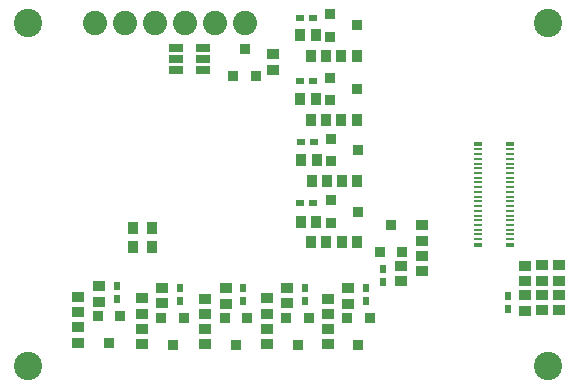
<source format=gbs>
G04*
G04 #@! TF.GenerationSoftware,Altium Limited,Altium Designer,24.6.1 (21)*
G04*
G04 Layer_Color=16711935*
%FSLAX44Y44*%
%MOMM*%
G71*
G04*
G04 #@! TF.SameCoordinates,378F9F08-6654-43F8-BCBF-B2BEE8DC63DC*
G04*
G04*
G04 #@! TF.FilePolarity,Negative*
G04*
G01*
G75*
%ADD34R,1.0000X0.8500*%
%ADD39R,0.9500X1.1000*%
%ADD42R,0.5500X0.7500*%
%ADD43R,0.8500X1.0000*%
%ADD50C,2.4000*%
%ADD51C,2.0500*%
%ADD62R,1.2500X0.6500*%
%ADD63R,0.8120X0.8120*%
%ADD64R,0.7500X0.5500*%
%ADD65R,0.7100X0.3700*%
%ADD66R,0.7100X0.2500*%
%ADD67R,0.8120X0.8120*%
D34*
X450500Y89500D02*
D03*
Y76500D02*
D03*
Y114500D02*
D03*
Y101500D02*
D03*
X479500Y90000D02*
D03*
Y77000D02*
D03*
X465000Y90000D02*
D03*
Y77000D02*
D03*
Y102000D02*
D03*
Y115000D02*
D03*
X479500Y102000D02*
D03*
Y115000D02*
D03*
X72750Y62500D02*
D03*
Y49500D02*
D03*
X90250Y97000D02*
D03*
Y84000D02*
D03*
X72750Y88250D02*
D03*
Y75250D02*
D03*
X237750Y280500D02*
D03*
Y293500D02*
D03*
X363415Y135750D02*
D03*
Y148750D02*
D03*
X345915Y101250D02*
D03*
Y114250D02*
D03*
X363415Y110000D02*
D03*
Y123000D02*
D03*
X283750Y61000D02*
D03*
Y48000D02*
D03*
X301250Y95500D02*
D03*
Y82500D02*
D03*
X283750Y86750D02*
D03*
Y73750D02*
D03*
X232200Y61250D02*
D03*
Y48250D02*
D03*
X249700Y95750D02*
D03*
Y82750D02*
D03*
X232200Y87000D02*
D03*
Y74000D02*
D03*
X126409D02*
D03*
Y87000D02*
D03*
X143909Y82750D02*
D03*
Y95750D02*
D03*
X126409Y48250D02*
D03*
Y61250D02*
D03*
X179918Y73580D02*
D03*
Y86580D02*
D03*
X197418Y82330D02*
D03*
Y95330D02*
D03*
X179918Y47830D02*
D03*
Y60830D02*
D03*
D39*
X135250Y130750D02*
D03*
X119250D02*
D03*
X135250Y146250D02*
D03*
X119250D02*
D03*
D42*
X436500Y77500D02*
D03*
Y88500D02*
D03*
X330915Y112000D02*
D03*
Y101000D02*
D03*
X212418Y84580D02*
D03*
Y95580D02*
D03*
X158909Y85000D02*
D03*
Y96000D02*
D03*
X105250Y86250D02*
D03*
Y97250D02*
D03*
X316250Y84750D02*
D03*
Y95750D02*
D03*
X264700Y85000D02*
D03*
Y96000D02*
D03*
D43*
X274390Y203975D02*
D03*
X261390D02*
D03*
X308890Y186475D02*
D03*
X295890D02*
D03*
X274000Y151750D02*
D03*
X261000D02*
D03*
X308500Y134250D02*
D03*
X295500D02*
D03*
X282750D02*
D03*
X269750D02*
D03*
X283140Y186475D02*
D03*
X270140D02*
D03*
X308250Y238000D02*
D03*
X295250D02*
D03*
X282500D02*
D03*
X269500D02*
D03*
X273750Y255500D02*
D03*
X260750D02*
D03*
X273750Y309500D02*
D03*
X260750D02*
D03*
X282500Y292000D02*
D03*
X269500D02*
D03*
X308250D02*
D03*
X295250D02*
D03*
D50*
X30000Y320000D02*
D03*
X470000D02*
D03*
Y30000D02*
D03*
X30000D02*
D03*
D51*
X86750Y319750D02*
D03*
X112150D02*
D03*
X213750D02*
D03*
X188350D02*
D03*
X162950D02*
D03*
X137550D02*
D03*
D62*
X178250Y280250D02*
D03*
Y289750D02*
D03*
Y299250D02*
D03*
X155250D02*
D03*
Y289750D02*
D03*
Y280250D02*
D03*
D63*
X286000Y327550D02*
D03*
Y308500D02*
D03*
X308860Y318025D02*
D03*
Y264025D02*
D03*
X286000Y254500D02*
D03*
Y273550D02*
D03*
X309110Y160275D02*
D03*
X286250Y150750D02*
D03*
Y169800D02*
D03*
X309500Y212500D02*
D03*
X286640Y202975D02*
D03*
Y222025D02*
D03*
D64*
X271500Y324500D02*
D03*
X260500D02*
D03*
X271500Y270500D02*
D03*
X260500D02*
D03*
X272140Y218975D02*
D03*
X261140D02*
D03*
X271750Y167750D02*
D03*
X260750D02*
D03*
D65*
X438550Y132250D02*
D03*
X411450D02*
D03*
X438550Y217750D02*
D03*
X411450D02*
D03*
D66*
Y137000D02*
D03*
X438550D02*
D03*
X411450Y141000D02*
D03*
X438550D02*
D03*
X411450Y145000D02*
D03*
X438550D02*
D03*
X411450Y149000D02*
D03*
X438550D02*
D03*
X411450Y153000D02*
D03*
X438550D02*
D03*
X411450Y157000D02*
D03*
X438550D02*
D03*
X411450Y161000D02*
D03*
X438550D02*
D03*
X411450Y165000D02*
D03*
X438550D02*
D03*
X411450Y169000D02*
D03*
X438550D02*
D03*
X411450Y173000D02*
D03*
X438550D02*
D03*
X411450Y177000D02*
D03*
X438550D02*
D03*
X411450Y181000D02*
D03*
X438550D02*
D03*
X411450Y185000D02*
D03*
X438550D02*
D03*
X411450Y189000D02*
D03*
X438550D02*
D03*
X411450Y193000D02*
D03*
X438550D02*
D03*
X411450Y197000D02*
D03*
X438550D02*
D03*
X411450Y201000D02*
D03*
X438550D02*
D03*
X411450Y205000D02*
D03*
X438550D02*
D03*
X411450Y209000D02*
D03*
X438550D02*
D03*
X411450Y213000D02*
D03*
X438550D02*
D03*
D67*
X108300Y71750D02*
D03*
X89250D02*
D03*
X98775Y48890D02*
D03*
X203950Y274750D02*
D03*
X223000D02*
D03*
X213475Y297610D02*
D03*
X327865Y126500D02*
D03*
X346915D02*
D03*
X337390Y149360D02*
D03*
X319300Y70250D02*
D03*
X300250D02*
D03*
X309775Y47390D02*
D03*
X267750Y70500D02*
D03*
X248700D02*
D03*
X258225Y47640D02*
D03*
X152434D02*
D03*
X142909Y70500D02*
D03*
X161959D02*
D03*
X205943Y47220D02*
D03*
X196418Y70080D02*
D03*
X215468D02*
D03*
M02*

</source>
